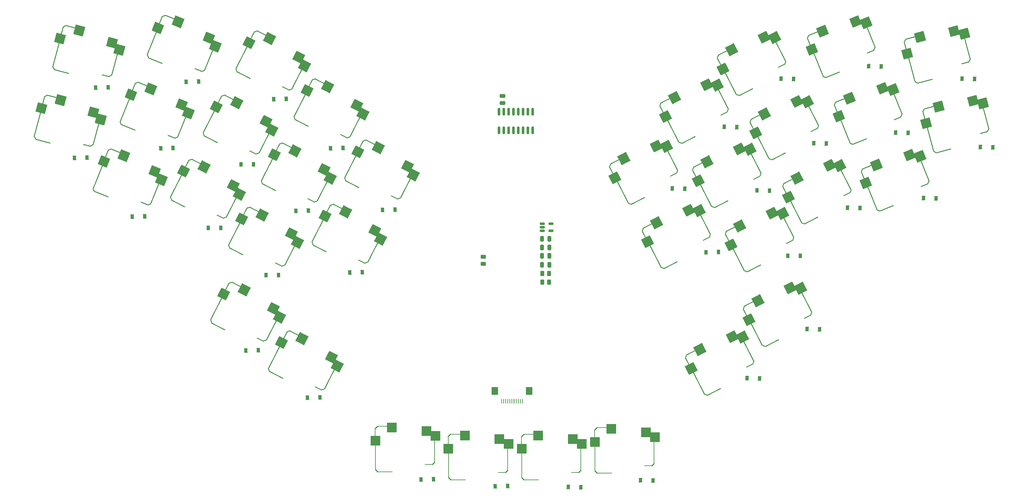
<source format=gbr>
%TF.GenerationSoftware,KiCad,Pcbnew,(6.0.4)*%
%TF.CreationDate,2022-10-16T13:45:35+02:00*%
%TF.ProjectId,Batreeq,42617472-6565-4712-9e6b-696361645f70,rev?*%
%TF.SameCoordinates,Original*%
%TF.FileFunction,Paste,Bot*%
%TF.FilePolarity,Positive*%
%FSLAX46Y46*%
G04 Gerber Fmt 4.6, Leading zero omitted, Abs format (unit mm)*
G04 Created by KiCad (PCBNEW (6.0.4)) date 2022-10-16 13:45:35*
%MOMM*%
%LPD*%
G01*
G04 APERTURE LIST*
G04 Aperture macros list*
%AMRoundRect*
0 Rectangle with rounded corners*
0 $1 Rounding radius*
0 $2 $3 $4 $5 $6 $7 $8 $9 X,Y pos of 4 corners*
0 Add a 4 corners polygon primitive as box body*
4,1,4,$2,$3,$4,$5,$6,$7,$8,$9,$2,$3,0*
0 Add four circle primitives for the rounded corners*
1,1,$1+$1,$2,$3*
1,1,$1+$1,$4,$5*
1,1,$1+$1,$6,$7*
1,1,$1+$1,$8,$9*
0 Add four rect primitives between the rounded corners*
20,1,$1+$1,$2,$3,$4,$5,0*
20,1,$1+$1,$4,$5,$6,$7,0*
20,1,$1+$1,$6,$7,$8,$9,0*
20,1,$1+$1,$8,$9,$2,$3,0*%
%AMRotRect*
0 Rectangle, with rotation*
0 The origin of the aperture is its center*
0 $1 length*
0 $2 width*
0 $3 Rotation angle, in degrees counterclockwise*
0 Add horizontal line*
21,1,$1,$2,0,0,$3*%
G04 Aperture macros list end*
%ADD10RotRect,4.000000X0.250000X255.000000*%
%ADD11RotRect,2.550000X2.500000X345.000000*%
%ADD12RotRect,7.000000X0.250000X255.000000*%
%ADD13RotRect,4.000000X0.250000X345.000000*%
%ADD14RoundRect,0.062500X0.347636X0.272877X-0.410136X-0.164623X-0.347636X-0.272877X0.410136X0.164623X0*%
%ADD15RotRect,2.600000X2.600000X345.000000*%
%ADD16RoundRect,0.062500X-0.272877X0.347636X0.164623X-0.410136X0.272877X-0.347636X-0.164623X0.410136X0*%
%ADD17RotRect,3.000000X0.250000X165.000000*%
%ADD18RotRect,2.000000X0.250000X345.000000*%
%ADD19RotRect,7.000000X0.250000X75.000000*%
%ADD20RoundRect,0.062500X-0.347636X-0.272877X0.410136X0.164623X0.347636X0.272877X-0.410136X-0.164623X0*%
%ADD21RotRect,2.600000X2.600000X27.000000*%
%ADD22RotRect,4.000000X0.250000X297.000000*%
%ADD23RotRect,4.000000X0.250000X27.000000*%
%ADD24RoundRect,0.062500X0.075754X0.435401X-0.194636X-0.396774X-0.075754X-0.435401X0.194636X0.396774X0*%
%ADD25RotRect,2.550000X2.500000X27.000000*%
%ADD26RoundRect,0.062500X-0.435401X0.075754X0.396774X-0.194636X0.435401X-0.075754X-0.396774X0.194636X0*%
%ADD27RotRect,3.000000X0.250000X207.000000*%
%ADD28RotRect,7.000000X0.250000X297.000000*%
%ADD29RotRect,2.000000X0.250000X27.000000*%
%ADD30RotRect,7.000000X0.250000X117.000000*%
%ADD31RoundRect,0.062500X-0.075754X-0.435401X0.194636X0.396774X0.075754X0.435401X-0.194636X-0.396774X0*%
%ADD32RotRect,2.550000X2.500000X15.000000*%
%ADD33RotRect,7.000000X0.250000X285.000000*%
%ADD34RotRect,2.600000X2.600000X15.000000*%
%ADD35RoundRect,0.062500X-0.410136X0.164623X0.347636X-0.272877X0.410136X-0.164623X-0.347636X0.272877X0*%
%ADD36RotRect,3.000000X0.250000X195.000000*%
%ADD37RotRect,4.000000X0.250000X285.000000*%
%ADD38RoundRect,0.062500X0.164623X0.410136X-0.272877X-0.347636X-0.164623X-0.410136X0.272877X0.347636X0*%
%ADD39RotRect,4.000000X0.250000X15.000000*%
%ADD40RoundRect,0.062500X-0.164623X-0.410136X0.272877X0.347636X0.164623X0.410136X-0.272877X-0.347636X0*%
%ADD41RotRect,2.000000X0.250000X15.000000*%
%ADD42RotRect,7.000000X0.250000X105.000000*%
%ADD43RoundRect,0.062500X-0.194636X0.396774X0.075754X-0.435401X0.194636X-0.396774X-0.075754X0.435401X0*%
%ADD44RotRect,2.550000X2.500000X333.000000*%
%ADD45RotRect,4.000000X0.250000X333.000000*%
%ADD46RotRect,3.000000X0.250000X153.000000*%
%ADD47RotRect,4.000000X0.250000X243.000000*%
%ADD48RoundRect,0.062500X0.396774X0.194636X-0.435401X-0.075754X-0.396774X-0.194636X0.435401X0.075754X0*%
%ADD49RotRect,7.000000X0.250000X243.000000*%
%ADD50RotRect,2.600000X2.600000X333.000000*%
%ADD51RoundRect,0.062500X-0.396774X-0.194636X0.435401X0.075754X0.396774X0.194636X-0.435401X-0.075754X0*%
%ADD52RotRect,2.000000X0.250000X333.000000*%
%ADD53RotRect,7.000000X0.250000X63.000000*%
%ADD54R,2.550000X2.500000*%
%ADD55R,3.000000X0.250000*%
%ADD56RoundRect,0.062500X-0.353553X0.265165X0.265165X-0.353553X0.353553X-0.265165X-0.265165X0.353553X0*%
%ADD57R,2.600000X2.600000*%
%ADD58R,0.250000X4.000000*%
%ADD59RoundRect,0.062500X0.265165X0.353553X-0.353553X-0.265165X-0.265165X-0.353553X0.353553X0.265165X0*%
%ADD60R,0.250000X7.000000*%
%ADD61R,4.000000X0.250000*%
%ADD62R,2.000000X0.250000*%
%ADD63RoundRect,0.062500X-0.265165X-0.353553X0.353553X0.265165X0.265165X0.353553X-0.353553X-0.265165X0*%
%ADD64RotRect,3.000000X0.250000X202.000000*%
%ADD65RotRect,7.000000X0.250000X292.000000*%
%ADD66RotRect,2.550000X2.500000X22.000000*%
%ADD67RoundRect,0.062500X0.113413X0.427142X-0.228476X-0.378300X-0.113413X-0.427142X0.228476X0.378300X0*%
%ADD68RotRect,4.000000X0.250000X292.000000*%
%ADD69RoundRect,0.062500X-0.427142X0.113413X0.378300X-0.228476X0.427142X-0.113413X-0.378300X0.228476X0*%
%ADD70RotRect,4.000000X0.250000X22.000000*%
%ADD71RotRect,2.600000X2.600000X22.000000*%
%ADD72RotRect,2.000000X0.250000X22.000000*%
%ADD73RoundRect,0.062500X-0.113413X-0.427142X0.228476X0.378300X0.113413X0.427142X-0.228476X-0.378300X0*%
%ADD74RotRect,7.000000X0.250000X112.000000*%
%ADD75RotRect,3.000000X0.250000X158.000000*%
%ADD76RotRect,2.600000X2.600000X338.000000*%
%ADD77RoundRect,0.062500X0.378300X0.228476X-0.427142X-0.113413X-0.378300X-0.228476X0.427142X0.113413X0*%
%ADD78RotRect,7.000000X0.250000X248.000000*%
%ADD79RoundRect,0.062500X-0.228476X0.378300X0.113413X-0.427142X0.228476X-0.378300X-0.113413X0.427142X0*%
%ADD80RotRect,2.550000X2.500000X338.000000*%
%ADD81RotRect,4.000000X0.250000X248.000000*%
%ADD82RotRect,4.000000X0.250000X338.000000*%
%ADD83RoundRect,0.062500X-0.378300X-0.228476X0.427142X0.113413X0.378300X0.228476X-0.427142X-0.113413X0*%
%ADD84RotRect,7.000000X0.250000X68.000000*%
%ADD85RotRect,2.000000X0.250000X338.000000*%
%ADD86RotRect,0.900000X1.200000X178.000000*%
%ADD87RoundRect,0.250000X0.250000X0.475000X-0.250000X0.475000X-0.250000X-0.475000X0.250000X-0.475000X0*%
%ADD88R,0.900000X1.200000*%
%ADD89RotRect,0.900000X1.200000X182.000000*%
%ADD90RoundRect,0.150000X0.150000X-0.825000X0.150000X0.825000X-0.150000X0.825000X-0.150000X-0.825000X0*%
%ADD91R,1.800000X2.000000*%
%ADD92R,0.280000X1.250000*%
%ADD93RoundRect,0.250000X0.262500X0.450000X-0.262500X0.450000X-0.262500X-0.450000X0.262500X-0.450000X0*%
%ADD94RoundRect,0.250000X-0.262500X-0.450000X0.262500X-0.450000X0.262500X0.450000X-0.262500X0.450000X0*%
%ADD95RotRect,0.900000X1.200000X181.000000*%
%ADD96RoundRect,0.250000X0.450000X-0.262500X0.450000X0.262500X-0.450000X0.262500X-0.450000X-0.262500X0*%
%ADD97RotRect,0.900000X1.200000X179.000000*%
%ADD98RoundRect,0.250000X-0.250000X-0.475000X0.250000X-0.475000X0.250000X0.475000X-0.250000X0.475000X0*%
%ADD99RoundRect,0.150000X-0.512500X-0.150000X0.512500X-0.150000X0.512500X0.150000X-0.512500X0.150000X0*%
%ADD100RoundRect,0.250000X0.475000X-0.250000X0.475000X0.250000X-0.475000X0.250000X-0.475000X-0.250000X0*%
G04 APERTURE END LIST*
D10*
%TO.C,SW7*%
X26031505Y-59096966D03*
D11*
X25741297Y-60270245D03*
D12*
X24722257Y-64354063D03*
D13*
X26129466Y-68922890D03*
D14*
X26897422Y-56989666D03*
D15*
X30824002Y-58098436D03*
D16*
X24030284Y-68060886D03*
D17*
X28682725Y-57168507D03*
D15*
X41407859Y-63215404D03*
D11*
X39405176Y-61298445D03*
D18*
X37727334Y-70022093D03*
D19*
X40264501Y-66510160D03*
D20*
X39010355Y-70066348D03*
%TD*%
D21*
%TO.C,SW26*%
X214734719Y-111054609D03*
D22*
X211841347Y-115003468D03*
D23*
X218488972Y-122240004D03*
D24*
X211074789Y-112858027D03*
D25*
X212410756Y-116069572D03*
D26*
X216352183Y-123004037D03*
D27*
X212521195Y-111796332D03*
D28*
X214386070Y-119786311D03*
D29*
X227843378Y-115296382D03*
D30*
X227378918Y-110988811D03*
D21*
X226023977Y-107775275D03*
D31*
X228826461Y-114470762D03*
D25*
X223252998Y-107690753D03*
%TD*%
D32*
%TO.C,SW34*%
X254186823Y-45861198D03*
D33*
X255346218Y-49907408D03*
D34*
X257502670Y-41439002D03*
D35*
X256600363Y-53463596D03*
D36*
X255183304Y-41704299D03*
D37*
X253851511Y-44700004D03*
D38*
X253547767Y-42442070D03*
D39*
X258849310Y-53160522D03*
D40*
X270576216Y-47710342D03*
D32*
X266534190Y-39919704D03*
D41*
X269442961Y-48313527D03*
D42*
X269884244Y-44003519D03*
D34*
X269227043Y-40578499D03*
%TD*%
D28*
%TO.C,SW21*%
X199113402Y-132644410D03*
D25*
X197138088Y-128927671D03*
D27*
X197248527Y-124654431D03*
D26*
X201079515Y-135862136D03*
D21*
X199462051Y-123912708D03*
D24*
X195802121Y-125716126D03*
D23*
X203216304Y-135098103D03*
D22*
X196568679Y-127861567D03*
D31*
X213553793Y-127328861D03*
D21*
X210751309Y-120633374D03*
D30*
X212106250Y-123846910D03*
D25*
X207980330Y-120548852D03*
D29*
X212570710Y-128154481D03*
%TD*%
D25*
%TO.C,SW25*%
X199029424Y-79381849D03*
D28*
X201004738Y-83098588D03*
D23*
X205107640Y-85552281D03*
D24*
X197693457Y-76170304D03*
D26*
X202970851Y-86316314D03*
D22*
X198460015Y-78315745D03*
D21*
X201353387Y-74366886D03*
D27*
X199139863Y-75108609D03*
D25*
X209871666Y-71003030D03*
D21*
X212642645Y-71087552D03*
D31*
X215445129Y-77783039D03*
D29*
X214462046Y-78608659D03*
D30*
X213997586Y-74301088D03*
%TD*%
D43*
%TO.C,SW4*%
X77161890Y-50207784D03*
D44*
X80455278Y-42943127D03*
D45*
X79035980Y-51487395D03*
D46*
X83977316Y-40520726D03*
D47*
X80983084Y-41855824D03*
D48*
X82268211Y-39974608D03*
D49*
X78609433Y-46725834D03*
D50*
X85878459Y-41875530D03*
X95167155Y-49081188D03*
D44*
X93606795Y-46789738D03*
D51*
X91397651Y-55283954D03*
D52*
X90151869Y-54973911D03*
D53*
X93363765Y-52066228D03*
%TD*%
D43*
%TO.C,SW8*%
X92510008Y-62872406D03*
D48*
X97616329Y-52639230D03*
D45*
X94384098Y-64152017D03*
D47*
X96331202Y-54520446D03*
D50*
X101226577Y-54540152D03*
D46*
X99325434Y-53185348D03*
D44*
X95803396Y-55607749D03*
D49*
X93957551Y-59390456D03*
D50*
X110515273Y-61745810D03*
D53*
X108711883Y-64730850D03*
D52*
X105499987Y-67638533D03*
D44*
X108954913Y-59454360D03*
D51*
X106745769Y-67948576D03*
%TD*%
D54*
%TO.C,SW22*%
X152420932Y-150049385D03*
D55*
X154459344Y-146292038D03*
D56*
X152784588Y-158017409D03*
D57*
X156768343Y-146636077D03*
D58*
X152397585Y-148840973D03*
D59*
X152688588Y-146581361D03*
D60*
X152493585Y-154257797D03*
D61*
X155035344Y-158306732D03*
D62*
X166522520Y-156366732D03*
D63*
X167773276Y-156077409D03*
D57*
X168315932Y-148839385D03*
D54*
X165885344Y-147506077D03*
D60*
X168064279Y-152317797D03*
%TD*%
D57*
%TO.C,SW27*%
X176072345Y-144858078D03*
D59*
X171992590Y-144803362D03*
D61*
X174339346Y-156528733D03*
D54*
X171724934Y-148271386D03*
D55*
X173763346Y-144514039D03*
D60*
X171797587Y-152479798D03*
D58*
X171701587Y-147062974D03*
D56*
X172088590Y-156239410D03*
D62*
X185826522Y-154588733D03*
D54*
X185189346Y-145728078D03*
D57*
X187619934Y-147061386D03*
D63*
X187077278Y-154299410D03*
D60*
X187368281Y-150539798D03*
%TD*%
D64*
%TO.C,SW33*%
X236612689Y-58118472D03*
D65*
X237774094Y-66240582D03*
D66*
X236130232Y-62365826D03*
D67*
X235079254Y-59050065D03*
D68*
X235655906Y-61254152D03*
D69*
X239452282Y-69617421D03*
D70*
X241647530Y-69042529D03*
D71*
X238882434Y-57572493D03*
D66*
X247661478Y-54963855D03*
D72*
X251571516Y-62940620D03*
D73*
X252622816Y-62203823D03*
D71*
X250414546Y-55289562D03*
D74*
X251484253Y-58608961D03*
%TD*%
D47*
%TO.C,SW16*%
X89596721Y-120995395D03*
D49*
X87223070Y-125865405D03*
D43*
X85775527Y-129347355D03*
D46*
X92590953Y-119660297D03*
D50*
X94492096Y-121015101D03*
D48*
X90881848Y-119114179D03*
D45*
X87649617Y-130626966D03*
D44*
X89068915Y-122082698D03*
X102220432Y-125929309D03*
D51*
X100011288Y-134423525D03*
D53*
X101977402Y-131205799D03*
D50*
X103780792Y-128220759D03*
D52*
X98765506Y-134113482D03*
%TD*%
D24*
%TO.C,SW28*%
X204204796Y-46655649D03*
D25*
X205540763Y-49867194D03*
D23*
X211618979Y-56037626D03*
D28*
X207516077Y-53583933D03*
D22*
X204971354Y-48801090D03*
D27*
X205651202Y-45593954D03*
D26*
X209482190Y-56801659D03*
D21*
X207864726Y-44852231D03*
D31*
X221956468Y-48268384D03*
D21*
X219153984Y-41572897D03*
D25*
X216383005Y-41488375D03*
D29*
X220973385Y-49094004D03*
D30*
X220508925Y-44786433D03*
%TD*%
D50*
%TO.C,SW5*%
X77252643Y-58804654D03*
D48*
X73642395Y-56903732D03*
D45*
X70410164Y-68416519D03*
D44*
X71829462Y-59872251D03*
D49*
X69983617Y-63654958D03*
D46*
X75351500Y-57449850D03*
D43*
X68536074Y-67136908D03*
D47*
X72357268Y-58784948D03*
D50*
X86541339Y-66010312D03*
D52*
X81526053Y-71903035D03*
D44*
X84980979Y-63718862D03*
D51*
X82771835Y-72213078D03*
D53*
X84737949Y-68995352D03*
%TD*%
D49*
%TO.C,SW15*%
X76705912Y-93248706D03*
D44*
X78551757Y-89465999D03*
D50*
X83974938Y-88398402D03*
D47*
X79079563Y-88378696D03*
D43*
X75258369Y-96730656D03*
D46*
X82073795Y-87043598D03*
D45*
X77132459Y-98010267D03*
D48*
X80364690Y-86497480D03*
D44*
X91703274Y-93312610D03*
D53*
X91460244Y-98589100D03*
D51*
X89494130Y-101806826D03*
D50*
X93263634Y-95604060D03*
D52*
X88248348Y-101496783D03*
%TD*%
D36*
%TO.C,SW31*%
X260109528Y-60064347D03*
D35*
X261526587Y-71823644D03*
D39*
X263775534Y-71520570D03*
D37*
X258777735Y-63060052D03*
D32*
X259113047Y-64221246D03*
D38*
X258473991Y-60802118D03*
D34*
X262428894Y-59799050D03*
D33*
X260272442Y-68267456D03*
D42*
X274810468Y-62363567D03*
D34*
X274153267Y-58938547D03*
D32*
X271460414Y-58279752D03*
D40*
X275502440Y-66070390D03*
D41*
X274369185Y-66673575D03*
%TD*%
D23*
%TO.C,SW23*%
X228870616Y-89895873D03*
D25*
X222792400Y-83725441D03*
D21*
X225116363Y-78710478D03*
D27*
X222902839Y-79452201D03*
D22*
X222222991Y-82659337D03*
D28*
X224767714Y-87442180D03*
D26*
X226733827Y-90659906D03*
D24*
X221456433Y-80513896D03*
D25*
X233634642Y-75346622D03*
D21*
X236405621Y-75431144D03*
D30*
X237760562Y-78644680D03*
D29*
X238225022Y-82952251D03*
D31*
X239208105Y-82126631D03*
%TD*%
D75*
%TO.C,SW6*%
X45494626Y-71547532D03*
D76*
X47506613Y-72731486D03*
D77*
X43744427Y-71152451D03*
D78*
X40687980Y-78196869D03*
D79*
X39549417Y-81791732D03*
D80*
X42197116Y-74267681D03*
D81*
X42628148Y-73138515D03*
D82*
X41527900Y-82903135D03*
D80*
X55633841Y-76953424D03*
D76*
X57387977Y-79100160D03*
D83*
X54173424Y-85607856D03*
D84*
X55851612Y-82231017D03*
D85*
X52905360Y-85407570D03*
%TD*%
D59*
%TO.C,SW12*%
X114083002Y-144461363D03*
D60*
X113887999Y-152137799D03*
D58*
X113791999Y-146720975D03*
D61*
X116429758Y-156186734D03*
D56*
X114179002Y-155897411D03*
D55*
X115853758Y-144172040D03*
D57*
X118162757Y-144516079D03*
D54*
X113815346Y-147929387D03*
D62*
X127916934Y-154246734D03*
D57*
X129710346Y-146719387D03*
D63*
X129167690Y-153957411D03*
D54*
X127279758Y-145386079D03*
D60*
X129458693Y-150197799D03*
%TD*%
D81*
%TO.C,SW1*%
X56863197Y-37905529D03*
D79*
X53784466Y-46558746D03*
D76*
X61741662Y-37498500D03*
D82*
X55762949Y-47670149D03*
D77*
X57979476Y-35919465D03*
D78*
X54923029Y-42963883D03*
D75*
X59729675Y-36314546D03*
D80*
X56432165Y-39034695D03*
D85*
X67140409Y-50174584D03*
D80*
X69868890Y-41720438D03*
D83*
X68408473Y-50374870D03*
D84*
X70086661Y-46998031D03*
D76*
X71623026Y-43867174D03*
%TD*%
D44*
%TO.C,SW11*%
X73796245Y-109224595D03*
D43*
X70502857Y-116489252D03*
D49*
X71950400Y-113007302D03*
D45*
X72376947Y-117768863D03*
D46*
X77318283Y-106802194D03*
D47*
X74324051Y-108137292D03*
D50*
X79219426Y-108156998D03*
D48*
X75609178Y-106256076D03*
D51*
X84738618Y-121565422D03*
D53*
X86704732Y-118347696D03*
D50*
X88508122Y-115362656D03*
D52*
X83492836Y-121255379D03*
D44*
X86947762Y-113071206D03*
%TD*%
D27*
%TO.C,SW19*%
X185788263Y-91226301D03*
D24*
X184341857Y-92287996D03*
D22*
X185108415Y-94433437D03*
D25*
X185677824Y-95499541D03*
D23*
X191756040Y-101669973D03*
D28*
X187653138Y-99216280D03*
D21*
X188001787Y-90484578D03*
D26*
X189619251Y-102434006D03*
D31*
X202093529Y-93900731D03*
D30*
X200645986Y-90418780D03*
D21*
X199291045Y-87205244D03*
D29*
X201110446Y-94726351D03*
D25*
X196520066Y-87120722D03*
%TD*%
D12*
%TO.C,SW3*%
X29632308Y-45983672D03*
D16*
X28940335Y-49690495D03*
D17*
X33592776Y-38798116D03*
D15*
X35734053Y-39728045D03*
D14*
X31807473Y-38619275D03*
D11*
X30651348Y-41899854D03*
D10*
X30941556Y-40726575D03*
D13*
X31039517Y-50552499D03*
D19*
X45174552Y-48139769D03*
D20*
X43920406Y-51695957D03*
D18*
X42637385Y-51651702D03*
D11*
X44315227Y-42928054D03*
D15*
X46317910Y-44845013D03*
%TD*%
D46*
%TO.C,SW10*%
X66725678Y-74378975D03*
D50*
X68626821Y-75733779D03*
D49*
X61357795Y-80584083D03*
D47*
X63731446Y-75714073D03*
D48*
X65016573Y-73832857D03*
D45*
X61784342Y-85345644D03*
D44*
X63203640Y-76801376D03*
D43*
X59910252Y-84066033D03*
D52*
X72900231Y-88832160D03*
D51*
X74146013Y-89142203D03*
D50*
X77915517Y-82939437D03*
D53*
X76112127Y-85924477D03*
D44*
X76355157Y-80647987D03*
%TD*%
D71*
%TO.C,SW32*%
X231764910Y-39956002D03*
D69*
X232334758Y-52000930D03*
D68*
X228538382Y-43637661D03*
D64*
X229495165Y-40501981D03*
D65*
X230656570Y-48624091D03*
D70*
X234530006Y-51426038D03*
D66*
X229012708Y-44749335D03*
D67*
X227961730Y-41433574D03*
D74*
X244366729Y-40992470D03*
D71*
X243297022Y-37673071D03*
D72*
X244453992Y-45324129D03*
D66*
X240543954Y-37347364D03*
D73*
X245505292Y-44587332D03*
%TD*%
D46*
%TO.C,SW9*%
X90699612Y-70114473D03*
D47*
X87705380Y-71449571D03*
D44*
X87177574Y-72536874D03*
D45*
X85758276Y-81081142D03*
D50*
X92600755Y-71469277D03*
D48*
X88990507Y-69568355D03*
D43*
X83884186Y-79801531D03*
D49*
X85331729Y-76319581D03*
D52*
X96874165Y-84567658D03*
D53*
X100086061Y-81659975D03*
D44*
X100329091Y-76383485D03*
D51*
X98119947Y-84877701D03*
D50*
X101889451Y-78674935D03*
%TD*%
D47*
%TO.C,SW13*%
X109682802Y-70638140D03*
D49*
X107309151Y-75508150D03*
D46*
X112677034Y-69303042D03*
D43*
X105861608Y-78990100D03*
D44*
X109154996Y-71725443D03*
D45*
X107735698Y-80269711D03*
D48*
X110967929Y-68756924D03*
D50*
X114578177Y-70657846D03*
D51*
X120097369Y-84066270D03*
D53*
X122063483Y-80848544D03*
D44*
X122306513Y-75572054D03*
D52*
X118851587Y-83756227D03*
D50*
X123866873Y-77863504D03*
%TD*%
D24*
%TO.C,SW18*%
X175716039Y-75358871D03*
D27*
X177162445Y-74297176D03*
D23*
X183130222Y-84740848D03*
D25*
X177052006Y-78570416D03*
D22*
X176482597Y-77504312D03*
D26*
X180993433Y-85504881D03*
D21*
X179375969Y-73555453D03*
D28*
X179027320Y-82287155D03*
D31*
X193467711Y-76971606D03*
D21*
X190665227Y-70276119D03*
D25*
X187894248Y-70191597D03*
D30*
X192020168Y-73489655D03*
D29*
X192484628Y-77797226D03*
%TD*%
D27*
%TO.C,SW24*%
X190514048Y-58179484D03*
D22*
X189834200Y-61386620D03*
D25*
X190403609Y-62452724D03*
D24*
X189067642Y-59241179D03*
D28*
X192378923Y-66169463D03*
D26*
X194345036Y-69387189D03*
D23*
X196481825Y-68623156D03*
D21*
X192727572Y-57437761D03*
D29*
X205836231Y-61679534D03*
D21*
X204016830Y-54158427D03*
D31*
X206819314Y-60853914D03*
D30*
X205371771Y-57371963D03*
D25*
X201245851Y-54073905D03*
%TD*%
D60*
%TO.C,SW17*%
X133167997Y-154254490D03*
D58*
X133071997Y-148837666D03*
D57*
X137442755Y-146632770D03*
D55*
X135133756Y-146288731D03*
D54*
X133095344Y-150046078D03*
D61*
X135709756Y-158303425D03*
D59*
X133363000Y-146578054D03*
D56*
X133459000Y-158014102D03*
D62*
X147196932Y-156363425D03*
D63*
X148447688Y-156074102D03*
D57*
X148990344Y-148836078D03*
D60*
X148738691Y-152314490D03*
D54*
X146559756Y-147502770D03*
%TD*%
D22*
%TO.C,SW29*%
X213597174Y-65730216D03*
D21*
X216490546Y-61781357D03*
D27*
X214277022Y-62523080D03*
D28*
X216141897Y-70513059D03*
D25*
X214166583Y-66796320D03*
D24*
X212830616Y-63584775D03*
D26*
X218108010Y-73730785D03*
D23*
X220244799Y-72966752D03*
D30*
X229134745Y-61715559D03*
D25*
X225008825Y-58417501D03*
D21*
X227779804Y-58502023D03*
D31*
X230582288Y-65197510D03*
D29*
X229599205Y-66023130D03*
%TD*%
D71*
%TO.C,SW30*%
X245999959Y-75188988D03*
D69*
X246569807Y-87233916D03*
D70*
X248765055Y-86659024D03*
D64*
X243730214Y-75734967D03*
D66*
X243247757Y-79982321D03*
D65*
X244891619Y-83857077D03*
D68*
X242773431Y-78870647D03*
D67*
X242196779Y-76666560D03*
D74*
X258601778Y-76225456D03*
D72*
X258689041Y-80557115D03*
D73*
X259740341Y-79820318D03*
D71*
X257532071Y-72906057D03*
D66*
X254779003Y-72580350D03*
%TD*%
D80*
%TO.C,SW2*%
X49314930Y-56651596D03*
D76*
X54624427Y-55115401D03*
D81*
X49745962Y-55522430D03*
D82*
X48645714Y-65287050D03*
D77*
X50862241Y-53536366D03*
D79*
X46667231Y-64175647D03*
D75*
X52612440Y-53931447D03*
D78*
X47805794Y-60580784D03*
D84*
X62969426Y-64614932D03*
D85*
X60023174Y-67791485D03*
D80*
X62751655Y-59337339D03*
D76*
X64505791Y-61484075D03*
D83*
X61291238Y-67991771D03*
%TD*%
D27*
%TO.C,SW20*%
X207765683Y-92037735D03*
D25*
X207655244Y-96310975D03*
D24*
X206319277Y-93099430D03*
D21*
X209979207Y-91296012D03*
D22*
X207085835Y-95244871D03*
D26*
X211596671Y-103245440D03*
D28*
X209630558Y-100027714D03*
D23*
X213733460Y-102481407D03*
D31*
X224070949Y-94712165D03*
D29*
X223087866Y-95537785D03*
D25*
X218497486Y-87932156D03*
D21*
X221268465Y-88016678D03*
D30*
X222623406Y-91230214D03*
%TD*%
D47*
%TO.C,SW14*%
X101056981Y-87567262D03*
D44*
X100529175Y-88654565D03*
D46*
X104051213Y-86232164D03*
D43*
X97235787Y-95919222D03*
D50*
X105952356Y-87586968D03*
D45*
X99109877Y-97198833D03*
D48*
X102342108Y-85686046D03*
D49*
X98683330Y-92437272D03*
D44*
X113680692Y-92501176D03*
D50*
X115241052Y-94792626D03*
D52*
X110225766Y-100685349D03*
D53*
X113437662Y-97777666D03*
D51*
X111471548Y-100995392D03*
%TD*%
D86*
%TO.C,D29*%
X232812341Y-69539662D03*
X229514351Y-69424494D03*
%TD*%
D87*
%TO.C,C4*%
X159731275Y-94694077D03*
X157831275Y-94694077D03*
%TD*%
D88*
%TO.C,D15*%
X88287344Y-104280078D03*
X84987344Y-104280078D03*
%TD*%
D89*
%TO.C,D3*%
X43328339Y-54692495D03*
X40030349Y-54807663D03*
%TD*%
D86*
%TO.C,D23*%
X241702341Y-86557661D03*
X238404351Y-86442493D03*
%TD*%
D90*
%TO.C,U2*%
X155344347Y-66115078D03*
X154074347Y-66115078D03*
X152804347Y-66115078D03*
X151534347Y-66115078D03*
X150264347Y-66115078D03*
X148994347Y-66115078D03*
X147724347Y-66115078D03*
X146454347Y-66115078D03*
X146454347Y-61165078D03*
X147724347Y-61165078D03*
X148994347Y-61165078D03*
X150264347Y-61165078D03*
X151534347Y-61165078D03*
X152804347Y-61165078D03*
X154074347Y-61165078D03*
X155344347Y-61165078D03*
%TD*%
D88*
%TO.C,D10*%
X73047345Y-91834079D03*
X69747345Y-91834079D03*
%TD*%
D89*
%TO.C,D9*%
X96160339Y-87204495D03*
X92862349Y-87319663D03*
%TD*%
D91*
%TO.C,J1*%
X145333345Y-134804076D03*
X154433345Y-134804076D03*
D92*
X152633345Y-137528076D03*
X152133345Y-137528076D03*
X151633345Y-137528076D03*
X151133345Y-137528076D03*
X150633345Y-137528076D03*
X150133345Y-137528076D03*
X149633345Y-137528076D03*
X149133345Y-137528076D03*
X148633345Y-137528076D03*
X148133345Y-137528076D03*
X147633345Y-137528076D03*
X147133345Y-137528076D03*
%TD*%
D86*
%TO.C,D22*%
X168042341Y-160217662D03*
X164744351Y-160102494D03*
%TD*%
D93*
%TO.C,R1*%
X159693773Y-106124078D03*
X157868773Y-106124078D03*
%TD*%
D94*
%TO.C,R2*%
X157868776Y-103838079D03*
X159693776Y-103838079D03*
%TD*%
D95*
%TO.C,D19*%
X204365092Y-98155282D03*
X201065594Y-98212874D03*
%TD*%
D86*
%TO.C,D21*%
X215235326Y-131522335D03*
X211937336Y-131407167D03*
%TD*%
%TO.C,D27*%
X187092338Y-158439663D03*
X183794348Y-158324495D03*
%TD*%
D96*
%TO.C,R3*%
X142330000Y-101270500D03*
X142330000Y-99445500D03*
%TD*%
D89*
%TO.C,D16*%
X99208340Y-136480495D03*
X95910350Y-136595663D03*
%TD*%
D86*
%TO.C,D24*%
X209190340Y-65221660D03*
X205892350Y-65106492D03*
%TD*%
D89*
%TO.C,D17*%
X148738340Y-159848494D03*
X145440350Y-159963662D03*
%TD*%
D86*
%TO.C,D30*%
X261768341Y-84017663D03*
X258470351Y-83902495D03*
%TD*%
D89*
%TO.C,D7*%
X37740341Y-73234494D03*
X34442351Y-73349662D03*
%TD*%
D97*
%TO.C,D25*%
X217827093Y-81956874D03*
X214527595Y-81899282D03*
%TD*%
D88*
%TO.C,D20*%
X225955344Y-99200079D03*
X222655344Y-99200079D03*
%TD*%
D89*
%TO.C,D6*%
X52980341Y-88728493D03*
X49682351Y-88843661D03*
%TD*%
%TO.C,D14*%
X110384339Y-103460495D03*
X107086349Y-103575663D03*
%TD*%
D86*
%TO.C,D34*%
X271928341Y-52521662D03*
X268630351Y-52406494D03*
%TD*%
D88*
%TO.C,D5*%
X81683344Y-75070078D03*
X78383344Y-75070078D03*
%TD*%
D98*
%TO.C,C3*%
X157831276Y-96980079D03*
X159731276Y-96980079D03*
%TD*%
D89*
%TO.C,D2*%
X60467077Y-70694494D03*
X57169087Y-70809662D03*
%TD*%
D86*
%TO.C,D18*%
X195474342Y-81477662D03*
X192176352Y-81362494D03*
%TD*%
D89*
%TO.C,D12*%
X129180341Y-158070494D03*
X125882351Y-158185662D03*
%TD*%
D86*
%TO.C,D32*%
X247290339Y-49219662D03*
X243992349Y-49104494D03*
%TD*%
D89*
%TO.C,D4*%
X90318341Y-57740493D03*
X87020351Y-57855661D03*
%TD*%
D86*
%TO.C,D28*%
X224176340Y-52521663D03*
X220878350Y-52406495D03*
%TD*%
%TO.C,D26*%
X231034340Y-118561663D03*
X227736350Y-118446495D03*
%TD*%
D99*
%TO.C,U3*%
X160172773Y-92596077D03*
X160172773Y-90696077D03*
X157897773Y-90696077D03*
X157897773Y-91646077D03*
X157897773Y-92596077D03*
%TD*%
D86*
%TO.C,D31*%
X276754341Y-70555663D03*
X273456351Y-70440495D03*
%TD*%
D89*
%TO.C,D13*%
X119020337Y-86950493D03*
X115722347Y-87065661D03*
%TD*%
D100*
%TO.C,C5*%
X147410000Y-58890000D03*
X147410000Y-56990000D03*
%TD*%
D98*
%TO.C,C1*%
X157831275Y-101552078D03*
X159731275Y-101552078D03*
%TD*%
D89*
%TO.C,D8*%
X105304339Y-70694494D03*
X102006349Y-70809662D03*
%TD*%
D98*
%TO.C,C2*%
X157831274Y-99185257D03*
X159731274Y-99185257D03*
%TD*%
D89*
%TO.C,D11*%
X82952342Y-124034493D03*
X79654352Y-124149661D03*
%TD*%
%TO.C,D1*%
X67204340Y-53168492D03*
X63906350Y-53283660D03*
%TD*%
D86*
%TO.C,D33*%
X254402338Y-66745663D03*
X251104348Y-66630495D03*
%TD*%
M02*

</source>
